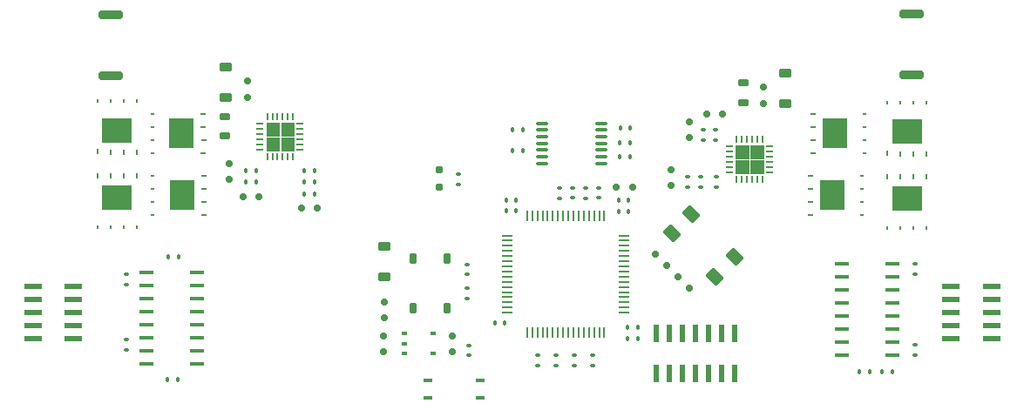
<source format=gtp>
G04 #@! TF.GenerationSoftware,KiCad,Pcbnew,9.0.4-9.0.4-0~ubuntu24.04.1*
G04 #@! TF.CreationDate,2025-10-08T08:06:01+02:00*
G04 #@! TF.ProjectId,DRV8701_2Motors,44525638-3730-4315-9f32-4d6f746f7273,rev?*
G04 #@! TF.SameCoordinates,Original*
G04 #@! TF.FileFunction,Paste,Top*
G04 #@! TF.FilePolarity,Positive*
%FSLAX46Y46*%
G04 Gerber Fmt 4.6, Leading zero omitted, Abs format (unit mm)*
G04 Created by KiCad (PCBNEW 9.0.4-9.0.4-0~ubuntu24.04.1) date 2025-10-08 08:06:01*
%MOMM*%
%LPD*%
G01*
G04 APERTURE LIST*
G04 Aperture macros list*
%AMRoundRect*
0 Rectangle with rounded corners*
0 $1 Rounding radius*
0 $2 $3 $4 $5 $6 $7 $8 $9 X,Y pos of 4 corners*
0 Add a 4 corners polygon primitive as box body*
4,1,4,$2,$3,$4,$5,$6,$7,$8,$9,$2,$3,0*
0 Add four circle primitives for the rounded corners*
1,1,$1+$1,$2,$3*
1,1,$1+$1,$4,$5*
1,1,$1+$1,$6,$7*
1,1,$1+$1,$8,$9*
0 Add four rect primitives between the rounded corners*
20,1,$1+$1,$2,$3,$4,$5,0*
20,1,$1+$1,$4,$5,$6,$7,0*
20,1,$1+$1,$6,$7,$8,$9,0*
20,1,$1+$1,$8,$9,$2,$3,0*%
G04 Aperture macros list end*
%ADD10C,0.010000*%
%ADD11R,0.420000X0.280000*%
%ADD12R,0.616000X0.280000*%
%ADD13R,0.574000X0.280000*%
%ADD14R,0.588000X0.280000*%
%ADD15R,0.581000X0.280000*%
%ADD16R,2.450000X2.947000*%
%ADD17RoundRect,0.094500X-0.129500X0.094500X-0.129500X-0.094500X0.129500X-0.094500X0.129500X0.094500X0*%
%ADD18RoundRect,0.098000X-0.098000X-0.119000X0.098000X-0.119000X0.098000X0.119000X-0.098000X0.119000X0*%
%ADD19RoundRect,0.175000X-0.332500X0.175000X-0.332500X-0.175000X0.332500X-0.175000X0.332500X0.175000X0*%
%ADD20RoundRect,0.157500X-0.175000X0.157500X-0.175000X-0.157500X0.175000X-0.157500X0.175000X0.157500X0*%
%ADD21RoundRect,0.098000X0.098000X0.119000X-0.098000X0.119000X-0.098000X-0.119000X0.098000X-0.119000X0*%
%ADD22RoundRect,0.175000X0.997500X-0.253750X0.997500X0.253750X-0.997500X0.253750X-0.997500X-0.253750X0*%
%ADD23RoundRect,0.022750X-0.260750X-0.068250X0.260750X-0.068250X0.260750X0.068250X-0.260750X0.068250X0*%
%ADD24RoundRect,0.022750X-0.068250X-0.260750X0.068250X-0.260750X0.068250X0.260750X-0.068250X0.260750X0*%
%ADD25RoundRect,0.175000X0.455000X-0.227500X0.455000X0.227500X-0.455000X0.227500X-0.455000X-0.227500X0*%
%ADD26RoundRect,0.157500X0.235113X0.012374X0.012374X0.235113X-0.235113X-0.012374X-0.012374X-0.235113X0*%
%ADD27RoundRect,0.094500X0.129500X-0.094500X0.129500X0.094500X-0.129500X0.094500X-0.129500X-0.094500X0*%
%ADD28RoundRect,0.157500X0.175000X-0.157500X0.175000X0.157500X-0.175000X0.157500X-0.175000X-0.157500X0*%
%ADD29RoundRect,0.098000X0.119000X-0.098000X0.119000X0.098000X-0.119000X0.098000X-0.119000X-0.098000X0*%
%ADD30RoundRect,0.094500X0.094500X0.129500X-0.094500X0.129500X-0.094500X-0.129500X0.094500X-0.129500X0*%
%ADD31R,0.280000X0.420000*%
%ADD32R,0.280000X0.616000*%
%ADD33R,0.280000X0.574000*%
%ADD34R,0.280000X0.588000*%
%ADD35R,0.280000X0.581000*%
%ADD36R,2.947000X2.450000*%
%ADD37RoundRect,0.098000X-0.119000X0.098000X-0.119000X-0.098000X0.119000X-0.098000X0.119000X0.098000X0*%
%ADD38R,1.680000X0.518000*%
%ADD39RoundRect,0.063000X-0.252000X0.462000X-0.252000X-0.462000X0.252000X-0.462000X0.252000X0.462000X0*%
%ADD40RoundRect,0.022750X-0.068250X0.260750X-0.068250X-0.260750X0.068250X-0.260750X0.068250X0.260750X0*%
%ADD41RoundRect,0.022750X-0.260750X0.068250X-0.260750X-0.068250X0.260750X-0.068250X0.260750X0.068250X0*%
%ADD42RoundRect,0.157500X0.157500X0.175000X-0.157500X0.175000X-0.157500X-0.175000X0.157500X-0.175000X0*%
%ADD43RoundRect,0.094500X-0.094500X-0.129500X0.094500X-0.129500X0.094500X0.129500X-0.094500X0.129500X0*%
%ADD44RoundRect,0.153125X-0.153125X-0.179375X0.153125X-0.179375X0.153125X0.179375X-0.153125X0.179375X0*%
%ADD45R,0.945000X0.420000*%
%ADD46R,0.518000X1.680000*%
%ADD47RoundRect,0.157500X-0.157500X-0.175000X0.157500X-0.175000X0.157500X0.175000X-0.157500X0.175000X0*%
%ADD48RoundRect,0.175000X-0.692965X0.098995X0.098995X-0.692965X0.692965X-0.098995X-0.098995X0.692965X0*%
%ADD49RoundRect,0.175000X-0.455000X0.227500X-0.455000X-0.227500X0.455000X-0.227500X0.455000X0.227500X0*%
%ADD50RoundRect,0.035875X-0.513625X-0.107625X0.513625X-0.107625X0.513625X0.107625X-0.513625X0.107625X0*%
%ADD51RoundRect,0.166250X0.166250X-0.201250X0.166250X0.201250X-0.166250X0.201250X-0.166250X-0.201250X0*%
%ADD52RoundRect,0.105000X0.577500X0.105000X-0.577500X0.105000X-0.577500X-0.105000X0.577500X-0.105000X0*%
%ADD53RoundRect,0.105000X-0.577500X-0.105000X0.577500X-0.105000X0.577500X0.105000X-0.577500X0.105000X0*%
%ADD54R,0.630000X0.420000*%
%ADD55RoundRect,0.052500X0.490000X0.052500X-0.490000X0.052500X-0.490000X-0.052500X0.490000X-0.052500X0*%
%ADD56RoundRect,0.052500X0.052500X0.490000X-0.052500X0.490000X-0.052500X-0.490000X0.052500X-0.490000X0*%
G04 APERTURE END LIST*
D10*
X101350000Y-78240000D02*
X100120000Y-78240000D01*
X100120000Y-77010000D01*
X101350000Y-77010000D01*
X101350000Y-78240000D01*
G36*
X101350000Y-78240000D02*
G01*
X100120000Y-78240000D01*
X100120000Y-77010000D01*
X101350000Y-77010000D01*
X101350000Y-78240000D01*
G37*
X101350000Y-79670000D02*
X100120000Y-79670000D01*
X100120000Y-78440000D01*
X101350000Y-78440000D01*
X101350000Y-79670000D01*
G36*
X101350000Y-79670000D02*
G01*
X100120000Y-79670000D01*
X100120000Y-78440000D01*
X101350000Y-78440000D01*
X101350000Y-79670000D01*
G37*
X102780000Y-78240000D02*
X101550000Y-78240000D01*
X101550000Y-77010000D01*
X102780000Y-77010000D01*
X102780000Y-78240000D01*
G36*
X102780000Y-78240000D02*
G01*
X101550000Y-78240000D01*
X101550000Y-77010000D01*
X102780000Y-77010000D01*
X102780000Y-78240000D01*
G37*
X102780000Y-79670000D02*
X101550000Y-79670000D01*
X101550000Y-78440000D01*
X102780000Y-78440000D01*
X102780000Y-79670000D01*
G36*
X102780000Y-79670000D02*
G01*
X101550000Y-79670000D01*
X101550000Y-78440000D01*
X102780000Y-78440000D01*
X102780000Y-79670000D01*
G37*
X146945000Y-80440000D02*
X145715000Y-80440000D01*
X145715000Y-79210000D01*
X146945000Y-79210000D01*
X146945000Y-80440000D01*
G36*
X146945000Y-80440000D02*
G01*
X145715000Y-80440000D01*
X145715000Y-79210000D01*
X146945000Y-79210000D01*
X146945000Y-80440000D01*
G37*
X146945000Y-81870000D02*
X145715000Y-81870000D01*
X145715000Y-80640000D01*
X146945000Y-80640000D01*
X146945000Y-81870000D01*
G36*
X146945000Y-81870000D02*
G01*
X145715000Y-81870000D01*
X145715000Y-80640000D01*
X146945000Y-80640000D01*
X146945000Y-81870000D01*
G37*
X148375000Y-80440000D02*
X147145000Y-80440000D01*
X147145000Y-79210000D01*
X148375000Y-79210000D01*
X148375000Y-80440000D01*
G36*
X148375000Y-80440000D02*
G01*
X147145000Y-80440000D01*
X147145000Y-79210000D01*
X148375000Y-79210000D01*
X148375000Y-80440000D01*
G37*
X148375000Y-81870000D02*
X147145000Y-81870000D01*
X147145000Y-80640000D01*
X148375000Y-80640000D01*
X148375000Y-81870000D01*
G36*
X148375000Y-81870000D02*
G01*
X147145000Y-81870000D01*
X147145000Y-80640000D01*
X148375000Y-80640000D01*
X148375000Y-81870000D01*
G37*
D11*
X89020000Y-76110000D03*
X89020000Y-77380000D03*
X89020000Y-78650000D03*
X89020000Y-79920000D03*
D12*
X93980000Y-79920000D03*
D13*
X94010000Y-78650000D03*
D14*
X94000000Y-77380000D03*
D15*
X94005000Y-76110000D03*
D16*
X91870000Y-78015000D03*
D17*
X86500000Y-98070000D03*
X86500000Y-99090000D03*
D18*
X134488500Y-77480000D03*
X135448500Y-77480000D03*
D19*
X146480000Y-73110000D03*
X146480000Y-75010000D03*
X96100000Y-76350000D03*
X96100000Y-78250000D03*
D20*
X96500000Y-80965000D03*
X96500000Y-82515000D03*
D21*
X124370000Y-85530000D03*
X123410000Y-85530000D03*
D18*
X157740000Y-101145000D03*
X158700000Y-101145000D03*
D22*
X85000000Y-72362500D03*
X85000000Y-66437500D03*
D17*
X131150000Y-83290000D03*
X131150000Y-84310000D03*
D23*
X99495000Y-77090000D03*
X99495000Y-77590000D03*
X99495000Y-78090000D03*
X99495000Y-78590000D03*
X99495000Y-79090000D03*
X99495000Y-79590000D03*
D24*
X100200000Y-80295000D03*
X100700000Y-80295000D03*
X101200000Y-80295000D03*
X101700000Y-80295000D03*
X102200000Y-80295000D03*
X102700000Y-80295000D03*
D23*
X103405000Y-79590000D03*
X103405000Y-79090000D03*
X103405000Y-78590000D03*
X103405000Y-78090000D03*
X103405000Y-77590000D03*
X103405000Y-77090000D03*
D24*
X102700000Y-76385000D03*
X102200000Y-76385000D03*
X101700000Y-76385000D03*
X101200000Y-76385000D03*
X100700000Y-76385000D03*
X100200000Y-76385000D03*
D18*
X135220000Y-96900000D03*
X136180000Y-96900000D03*
D25*
X96200000Y-74475000D03*
X96200000Y-71525000D03*
D17*
X126450000Y-99580000D03*
X126450000Y-100600000D03*
D26*
X141238008Y-93048008D03*
X140141992Y-91951992D03*
D27*
X163170000Y-91700000D03*
X163170000Y-90680000D03*
X86520000Y-92740000D03*
X86520000Y-91720000D03*
D28*
X98300000Y-74475000D03*
X98300000Y-72925000D03*
D11*
X158230000Y-79895000D03*
X158230000Y-78625000D03*
X158230000Y-77355000D03*
X158230000Y-76085000D03*
D12*
X153270000Y-76085000D03*
D13*
X153240000Y-77355000D03*
D14*
X153250000Y-78625000D03*
D15*
X153245000Y-79895000D03*
D16*
X155380000Y-77990000D03*
D29*
X119800000Y-99570000D03*
X119800000Y-98610000D03*
D30*
X99115000Y-81590000D03*
X98095000Y-81590000D03*
D17*
X128250000Y-99580000D03*
X128250000Y-100600000D03*
D31*
X87525000Y-74840000D03*
X86255000Y-74840000D03*
X84985000Y-74840000D03*
X83715000Y-74840000D03*
D32*
X83715000Y-79800000D03*
D33*
X84985000Y-79830000D03*
D34*
X86255000Y-79820000D03*
D35*
X87525000Y-79825000D03*
D36*
X85620000Y-77690000D03*
D17*
X163180000Y-98560000D03*
X163180000Y-99580000D03*
D37*
X129900000Y-83320000D03*
X129900000Y-84280000D03*
D38*
X170550000Y-97940000D03*
X166650000Y-97940000D03*
X170550000Y-96670000D03*
X166650000Y-96670000D03*
X170550000Y-95400000D03*
X166650000Y-95400000D03*
X170550000Y-94130000D03*
X166650000Y-94130000D03*
X170550000Y-92860000D03*
X166650000Y-92860000D03*
D21*
X91570000Y-89980000D03*
X90610000Y-89980000D03*
D37*
X132400000Y-83320000D03*
X132400000Y-84280000D03*
D39*
X117705000Y-90140000D03*
X114405000Y-90140000D03*
X114405000Y-95040000D03*
X117705000Y-95040000D03*
D26*
X139038008Y-90838008D03*
X137941992Y-89741992D03*
D30*
X125008500Y-79680000D03*
X123988500Y-79680000D03*
D40*
X148295000Y-78585000D03*
X147795000Y-78585000D03*
X147295000Y-78585000D03*
X146795000Y-78585000D03*
X146295000Y-78585000D03*
X145795000Y-78585000D03*
D41*
X145090000Y-79290000D03*
X145090000Y-79790000D03*
X145090000Y-80290000D03*
X145090000Y-80790000D03*
X145090000Y-81290000D03*
X145090000Y-81790000D03*
D40*
X145795000Y-82495000D03*
X146295000Y-82495000D03*
X146795000Y-82495000D03*
X147295000Y-82495000D03*
X147795000Y-82495000D03*
X148295000Y-82495000D03*
D41*
X149000000Y-81790000D03*
X149000000Y-81290000D03*
X149000000Y-80790000D03*
X149000000Y-80290000D03*
X149000000Y-79790000D03*
X149000000Y-79290000D03*
D42*
X144425000Y-76140000D03*
X142875000Y-76140000D03*
D28*
X111555000Y-95975000D03*
X111555000Y-94425000D03*
D17*
X118800000Y-81990000D03*
X118800000Y-83010000D03*
D43*
X90490000Y-101970000D03*
X91510000Y-101970000D03*
D22*
X162770000Y-72332500D03*
X162770000Y-66407500D03*
D17*
X142300000Y-82190000D03*
X142300000Y-83210000D03*
D21*
X124370000Y-84480000D03*
X123410000Y-84480000D03*
D17*
X130050000Y-99580000D03*
X130050000Y-100600000D03*
D11*
X157950000Y-85905000D03*
X157950000Y-84635000D03*
X157950000Y-83365000D03*
X157950000Y-82095000D03*
D12*
X152990000Y-82095000D03*
D13*
X152960000Y-83365000D03*
D14*
X152970000Y-84635000D03*
D15*
X152965000Y-85905000D03*
D16*
X155100000Y-84000000D03*
D43*
X98095000Y-82740000D03*
X99115000Y-82740000D03*
D31*
X83705000Y-87120000D03*
X84975000Y-87120000D03*
X86245000Y-87120000D03*
X87515000Y-87120000D03*
D32*
X87515000Y-82160000D03*
D33*
X86245000Y-82130000D03*
D34*
X84975000Y-82140000D03*
D35*
X83705000Y-82135000D03*
D36*
X85610000Y-84270000D03*
D17*
X143800000Y-82190000D03*
X143800000Y-83210000D03*
D44*
X134112500Y-83200000D03*
X135687500Y-83200000D03*
D30*
X125008500Y-77680000D03*
X123988500Y-77680000D03*
D45*
X115850000Y-103750000D03*
X120900000Y-103750000D03*
X120900000Y-102050000D03*
X115850000Y-102050000D03*
D46*
X138010000Y-101390000D03*
X138010000Y-97490000D03*
X139280000Y-101390000D03*
X139280000Y-97490000D03*
X140550000Y-101390000D03*
X140550000Y-97490000D03*
X141820000Y-101390000D03*
X141820000Y-97490000D03*
X143090000Y-101390000D03*
X143090000Y-97490000D03*
X144360000Y-101390000D03*
X144360000Y-97490000D03*
X145630000Y-101390000D03*
X145630000Y-97490000D03*
D47*
X103530000Y-85290000D03*
X105080000Y-85290000D03*
D17*
X131850000Y-99580000D03*
X131850000Y-100600000D03*
D48*
X139499441Y-87748629D03*
X143671371Y-91920559D03*
X145580559Y-90011371D03*
X141408629Y-85839441D03*
D30*
X135478500Y-78880000D03*
X134458500Y-78880000D03*
D31*
X164255000Y-75000000D03*
X162985000Y-75000000D03*
X161715000Y-75000000D03*
X160445000Y-75000000D03*
D32*
X160445000Y-79960000D03*
D33*
X161715000Y-79990000D03*
D34*
X162985000Y-79980000D03*
D35*
X164255000Y-79985000D03*
D36*
X162350000Y-77850000D03*
D27*
X128580000Y-84310000D03*
X128580000Y-83290000D03*
X143750000Y-78700000D03*
X143750000Y-77680000D03*
D49*
X111555000Y-89015000D03*
X111555000Y-91965000D03*
D42*
X99380000Y-84140000D03*
X97830000Y-84140000D03*
D28*
X148430000Y-75075000D03*
X148430000Y-73525000D03*
D50*
X126910000Y-77030000D03*
X126910000Y-77680000D03*
X126910000Y-78330000D03*
X126910000Y-78980000D03*
X126910000Y-79630000D03*
X126910000Y-80280000D03*
X126910000Y-80930000D03*
X132650000Y-80930000D03*
X132650000Y-80280000D03*
X132650000Y-79630000D03*
X132650000Y-78980000D03*
X132650000Y-78330000D03*
X132650000Y-77680000D03*
X132650000Y-77030000D03*
D51*
X116880000Y-83275000D03*
X116880000Y-81525000D03*
D52*
X160975000Y-99545000D03*
X160975000Y-98275000D03*
X160975000Y-97005000D03*
X160975000Y-95735000D03*
X160975000Y-94465000D03*
X160975000Y-93195000D03*
X160975000Y-91925000D03*
X160975000Y-90655000D03*
X156025000Y-90655000D03*
X156025000Y-91925000D03*
X156025000Y-93195000D03*
X156025000Y-94465000D03*
X156025000Y-95735000D03*
X156025000Y-97005000D03*
X156025000Y-98275000D03*
X156025000Y-99545000D03*
D18*
X135220000Y-98000000D03*
X136180000Y-98000000D03*
D30*
X135488500Y-80280000D03*
X134468500Y-80280000D03*
D21*
X123290000Y-96470000D03*
X122330000Y-96470000D03*
D43*
X103795000Y-81590000D03*
X104815000Y-81590000D03*
D20*
X141200000Y-76900000D03*
X141200000Y-78450000D03*
D53*
X88450000Y-91550000D03*
X88450000Y-92820000D03*
X88450000Y-94090000D03*
X88450000Y-95360000D03*
X88450000Y-96630000D03*
X88450000Y-97900000D03*
X88450000Y-99170000D03*
X88450000Y-100440000D03*
X93400000Y-100440000D03*
X93400000Y-99170000D03*
X93400000Y-97900000D03*
X93400000Y-96630000D03*
X93400000Y-95360000D03*
X93400000Y-94090000D03*
X93400000Y-92820000D03*
X93400000Y-91550000D03*
D17*
X119655000Y-93090000D03*
X119655000Y-94110000D03*
X142600000Y-77680000D03*
X142600000Y-78700000D03*
D31*
X160455000Y-87190000D03*
X161725000Y-87190000D03*
X162995000Y-87190000D03*
X164265000Y-87190000D03*
D32*
X164265000Y-82230000D03*
D33*
X162995000Y-82200000D03*
D34*
X161725000Y-82210000D03*
D35*
X160455000Y-82205000D03*
D36*
X162360000Y-84340000D03*
D30*
X160980000Y-101165000D03*
X159960000Y-101165000D03*
D18*
X134320000Y-85600000D03*
X135280000Y-85600000D03*
D20*
X118205000Y-97725000D03*
X118205000Y-99275000D03*
D17*
X141000000Y-82190000D03*
X141000000Y-83210000D03*
D11*
X89050000Y-82100000D03*
X89050000Y-83370000D03*
X89050000Y-84640000D03*
X89050000Y-85910000D03*
D12*
X94010000Y-85910000D03*
D13*
X94040000Y-84640000D03*
D14*
X94030000Y-83370000D03*
D15*
X94035000Y-82100000D03*
D16*
X91900000Y-84005000D03*
D54*
X113505000Y-97500000D03*
X113505000Y-98450000D03*
X113505000Y-99400000D03*
X116305000Y-99400000D03*
X116305000Y-97500000D03*
D29*
X119655000Y-91690000D03*
X119655000Y-90730000D03*
D38*
X81350000Y-97940000D03*
X77450000Y-97940000D03*
X81350000Y-96670000D03*
X77450000Y-96670000D03*
X81350000Y-95400000D03*
X77450000Y-95400000D03*
X81350000Y-94130000D03*
X77450000Y-94130000D03*
X81350000Y-92860000D03*
X77450000Y-92860000D03*
D20*
X139400000Y-81525000D03*
X139400000Y-83075000D03*
D25*
X150560000Y-75115000D03*
X150560000Y-72165000D03*
D55*
X134875000Y-95440000D03*
X134875000Y-94940000D03*
X134875000Y-94440000D03*
X134875000Y-93940000D03*
X134875000Y-93440000D03*
X134875000Y-92940000D03*
X134875000Y-92440000D03*
X134875000Y-91940000D03*
X134875000Y-91440000D03*
X134875000Y-90940000D03*
X134875000Y-90440000D03*
X134875000Y-89940000D03*
X134875000Y-89440000D03*
X134875000Y-88940000D03*
X134875000Y-88440000D03*
X134875000Y-87940000D03*
D56*
X132950000Y-86015000D03*
X132450000Y-86015000D03*
X131950000Y-86015000D03*
X131450000Y-86015000D03*
X130950000Y-86015000D03*
X130450000Y-86015000D03*
X129950000Y-86015000D03*
X129450000Y-86015000D03*
X128950000Y-86015000D03*
X128450000Y-86015000D03*
X127950000Y-86015000D03*
X127450000Y-86015000D03*
X126950000Y-86015000D03*
X126450000Y-86015000D03*
X125950000Y-86015000D03*
X125450000Y-86015000D03*
D55*
X123525000Y-87940000D03*
X123525000Y-88440000D03*
X123525000Y-88940000D03*
X123525000Y-89440000D03*
X123525000Y-89940000D03*
X123525000Y-90440000D03*
X123525000Y-90940000D03*
X123525000Y-91440000D03*
X123525000Y-91940000D03*
X123525000Y-92440000D03*
X123525000Y-92940000D03*
X123525000Y-93440000D03*
X123525000Y-93940000D03*
X123525000Y-94440000D03*
X123525000Y-94940000D03*
X123525000Y-95440000D03*
D56*
X125450000Y-97365000D03*
X125950000Y-97365000D03*
X126450000Y-97365000D03*
X126950000Y-97365000D03*
X127450000Y-97365000D03*
X127950000Y-97365000D03*
X128450000Y-97365000D03*
X128950000Y-97365000D03*
X129450000Y-97365000D03*
X129950000Y-97365000D03*
X130450000Y-97365000D03*
X130950000Y-97365000D03*
X131450000Y-97365000D03*
X131950000Y-97365000D03*
X132450000Y-97365000D03*
X132950000Y-97365000D03*
D20*
X111505000Y-97725000D03*
X111505000Y-99275000D03*
D43*
X103795000Y-82740000D03*
X104815000Y-82740000D03*
X103795000Y-83890000D03*
X104815000Y-83890000D03*
D18*
X134320000Y-84500000D03*
X135280000Y-84500000D03*
M02*

</source>
